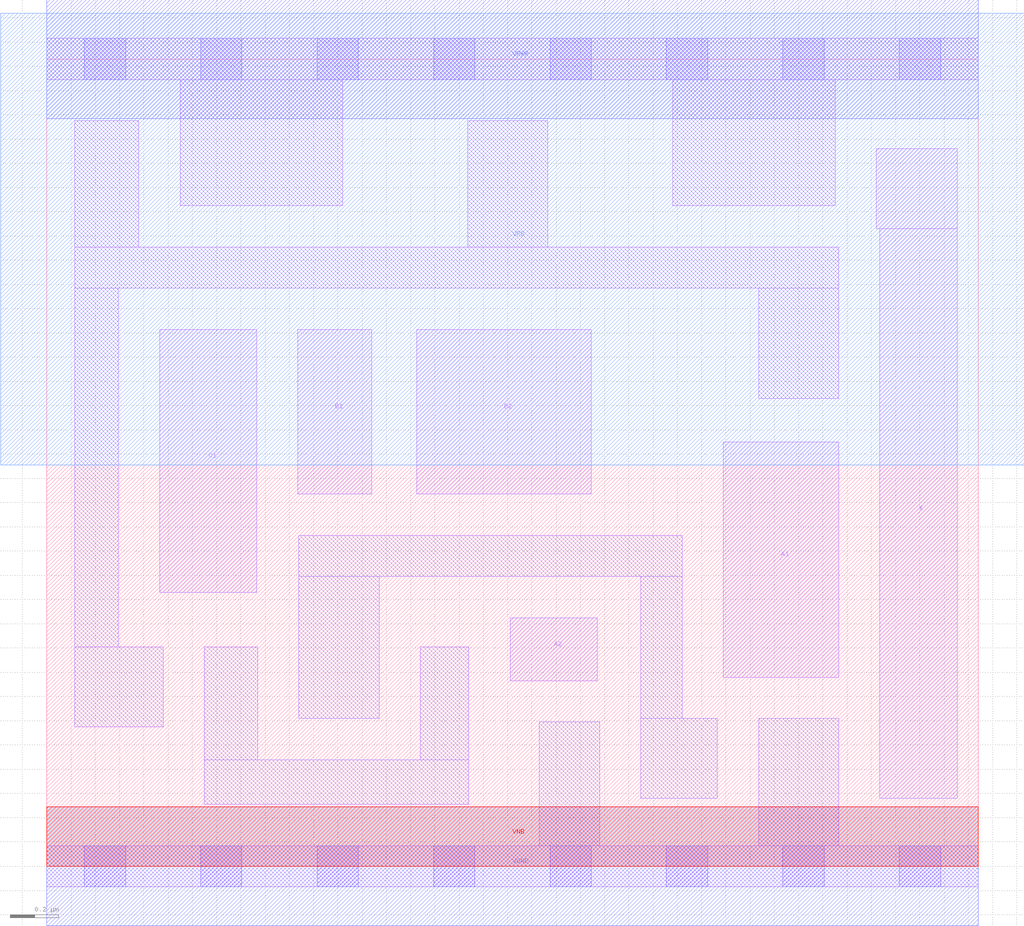
<source format=lef>
# Copyright 2020 The SkyWater PDK Authors
#
# Licensed under the Apache License, Version 2.0 (the "License");
# you may not use this file except in compliance with the License.
# You may obtain a copy of the License at
#
#     https://www.apache.org/licenses/LICENSE-2.0
#
# Unless required by applicable law or agreed to in writing, software
# distributed under the License is distributed on an "AS IS" BASIS,
# WITHOUT WARRANTIES OR CONDITIONS OF ANY KIND, either express or implied.
# See the License for the specific language governing permissions and
# limitations under the License.
#
# SPDX-License-Identifier: Apache-2.0

VERSION 5.7 ;
  NOWIREEXTENSIONATPIN ON ;
  DIVIDERCHAR "/" ;
  BUSBITCHARS "[]" ;
MACRO sky130_fd_sc_lp__o221a_0
  CLASS CORE ;
  FOREIGN sky130_fd_sc_lp__o221a_0 ;
  ORIGIN  0.000000  0.000000 ;
  SIZE  3.840000 BY  3.330000 ;
  SYMMETRY X Y R90 ;
  SITE unit ;
  PIN A1
    ANTENNAGATEAREA  0.159000 ;
    DIRECTION INPUT ;
    USE SIGNAL ;
    PORT
      LAYER li1 ;
        RECT 2.790000 0.780000 3.265000 1.750000 ;
    END
  END A1
  PIN A2
    ANTENNAGATEAREA  0.159000 ;
    DIRECTION INPUT ;
    USE SIGNAL ;
    PORT
      LAYER li1 ;
        RECT 1.910000 0.765000 2.270000 1.025000 ;
    END
  END A2
  PIN B1
    ANTENNAGATEAREA  0.159000 ;
    DIRECTION INPUT ;
    USE SIGNAL ;
    PORT
      LAYER li1 ;
        RECT 1.035000 1.535000 1.340000 2.215000 ;
    END
  END B1
  PIN B2
    ANTENNAGATEAREA  0.159000 ;
    DIRECTION INPUT ;
    USE SIGNAL ;
    PORT
      LAYER li1 ;
        RECT 1.525000 1.535000 2.245000 2.215000 ;
    END
  END B2
  PIN C1
    ANTENNAGATEAREA  0.159000 ;
    DIRECTION INPUT ;
    USE SIGNAL ;
    PORT
      LAYER li1 ;
        RECT 0.465000 1.130000 0.865000 2.215000 ;
    END
  END C1
  PIN X
    ANTENNADIFFAREA  0.280900 ;
    DIRECTION OUTPUT ;
    USE SIGNAL ;
    PORT
      LAYER li1 ;
        RECT 3.420000 2.630000 3.755000 2.960000 ;
        RECT 3.435000 0.280000 3.755000 2.630000 ;
    END
  END X
  PIN VGND
    DIRECTION INOUT ;
    USE GROUND ;
    PORT
      LAYER met1 ;
        RECT 0.000000 -0.245000 3.840000 0.245000 ;
    END
  END VGND
  PIN VNB
    DIRECTION INOUT ;
    USE GROUND ;
    PORT
      LAYER pwell ;
        RECT 0.000000 0.000000 3.840000 0.245000 ;
    END
  END VNB
  PIN VPB
    DIRECTION INOUT ;
    USE POWER ;
    PORT
      LAYER nwell ;
        RECT -0.190000 1.655000 4.030000 3.520000 ;
    END
  END VPB
  PIN VPWR
    DIRECTION INOUT ;
    USE POWER ;
    PORT
      LAYER met1 ;
        RECT 0.000000 3.085000 3.840000 3.575000 ;
    END
  END VPWR
  OBS
    LAYER li1 ;
      RECT 0.000000 -0.085000 3.840000 0.085000 ;
      RECT 0.000000  3.245000 3.840000 3.415000 ;
      RECT 0.115000  0.575000 0.480000 0.905000 ;
      RECT 0.115000  0.905000 0.295000 2.385000 ;
      RECT 0.115000  2.385000 3.265000 2.555000 ;
      RECT 0.115000  2.555000 0.380000 3.075000 ;
      RECT 0.550000  2.725000 1.220000 3.245000 ;
      RECT 0.650000  0.255000 1.740000 0.440000 ;
      RECT 0.650000  0.440000 0.870000 0.905000 ;
      RECT 1.040000  0.610000 1.370000 1.195000 ;
      RECT 1.040000  1.195000 2.620000 1.365000 ;
      RECT 1.540000  0.440000 1.740000 0.905000 ;
      RECT 1.735000  2.555000 2.065000 3.075000 ;
      RECT 2.030000  0.085000 2.280000 0.595000 ;
      RECT 2.450000  0.280000 2.765000 0.610000 ;
      RECT 2.450000  0.610000 2.620000 1.195000 ;
      RECT 2.580000  2.725000 3.250000 3.245000 ;
      RECT 2.935000  0.085000 3.265000 0.610000 ;
      RECT 2.935000  1.930000 3.265000 2.385000 ;
    LAYER mcon ;
      RECT 0.155000 -0.085000 0.325000 0.085000 ;
      RECT 0.155000  3.245000 0.325000 3.415000 ;
      RECT 0.635000 -0.085000 0.805000 0.085000 ;
      RECT 0.635000  3.245000 0.805000 3.415000 ;
      RECT 1.115000 -0.085000 1.285000 0.085000 ;
      RECT 1.115000  3.245000 1.285000 3.415000 ;
      RECT 1.595000 -0.085000 1.765000 0.085000 ;
      RECT 1.595000  3.245000 1.765000 3.415000 ;
      RECT 2.075000 -0.085000 2.245000 0.085000 ;
      RECT 2.075000  3.245000 2.245000 3.415000 ;
      RECT 2.555000 -0.085000 2.725000 0.085000 ;
      RECT 2.555000  3.245000 2.725000 3.415000 ;
      RECT 3.035000 -0.085000 3.205000 0.085000 ;
      RECT 3.035000  3.245000 3.205000 3.415000 ;
      RECT 3.515000 -0.085000 3.685000 0.085000 ;
      RECT 3.515000  3.245000 3.685000 3.415000 ;
  END
END sky130_fd_sc_lp__o221a_0
END LIBRARY

</source>
